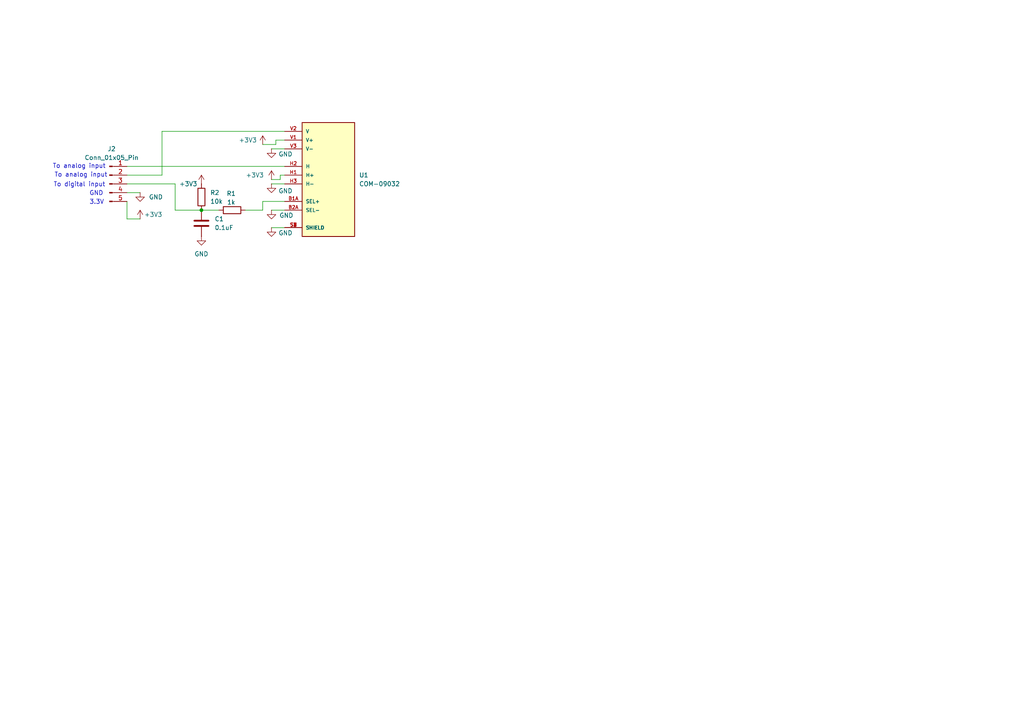
<source format=kicad_sch>
(kicad_sch (version 20250114) (generator "eeschema") (generator_version "9.0")
  (paper "A4")
  (lib_symbols
    (symbol "COM-09032:COM-09032" (pin_names (offset 1.016))
      (property "Reference" "U" (at -7.62 16.002 0))
      (property "Value" "COM-09032" (at -7.62 -20.32 0))
      (symbol "COM-09032_0_0"
        (rectangle (start -7.62 -17.78) (end 7.62 15.24) (stroke (width 0.254)) (fill (type background)))
        (pin passive line (at -12.7 12.7 0) (length 5.08) (name "V") (number "V2"))
        (pin passive line (at -12.7 10.16 0) (length 5.08) (name "V+") (number "V1"))
        (pin passive line (at -12.7 7.62 0) (length 5.08) (name "V-") (number "V3"))
        (pin passive line (at -12.7 2.54 0) (length 5.08) (name "H") (number "H2"))
        (pin passive line (at -12.7 0 0) (length 5.08) (name "H+") (number "H1"))
        (pin passive line (at -12.7 -2.54 0) (length 5.08) (name "H-") (number "H3"))
        (pin passive line (at -12.7 -7.62 0) (length 5.08) (name "SEL+") (number "B1A"))
        (pin passive line (at -12.7 -10.16 0) (length 5.08) (name "SEL-") (number "B2A"))
        (pin passive line (at -12.7 -15.24 0) (length 5.08) (name "SHIELD") (number "S1"))
        (pin passive line (at -12.7 -15.24 0) (length 5.08) (name "SHIELD") (number "S2"))
        (pin passive line (at -12.7 -15.24 0) (length 5.08) (name "SHIELD") (number "S3"))
        (pin passive line (at -12.7 -15.24 0) (length 5.08) (name "SHIELD") (number "S4"))
      )
    )
    (symbol "Connector:Conn_01x05_Pin" (pin_names (offset 1.016) (hide yes))
      (property "Reference" "J" (at 0 7.62 0))
      (property "Value" "Conn_01x05_Pin" (at 0 -7.62 0))
      (symbol "Conn_01x05_Pin_1_1"
        (rectangle (start 0.8636 5.207) (end 0 4.953) (stroke (width 0.1524)) (fill (type outline)))
        (rectangle (start 0.8636 2.667) (end 0 2.413) (stroke (width 0.1524)) (fill (type outline)))
        (rectangle (start 0.8636 0.127) (end 0 -0.127) (stroke (width 0.1524)) (fill (type outline)))
        (rectangle (start 0.8636 -2.413) (end 0 -2.667) (stroke (width 0.1524)) (fill (type outline)))
        (rectangle (start 0.8636 -4.953) (end 0 -5.207) (stroke (width 0.1524)) (fill (type outline)))
        (polyline (pts (xy 1.27 5.08) (xy 0.8636 5.08)) (stroke (width 0.1524)))
        (polyline (pts (xy 1.27 2.54) (xy 0.8636 2.54)) (stroke (width 0.1524)))
        (polyline (pts (xy 1.27 0) (xy 0.8636 0)) (stroke (width 0.1524)))
        (polyline (pts (xy 1.27 -2.54) (xy 0.8636 -2.54)) (stroke (width 0.1524)))
        (polyline (pts (xy 1.27 -5.08) (xy 0.8636 -5.08)) (stroke (width 0.1524)))
        (pin passive line (at 5.08 5.08 180) (length 3.81) (name "Pin_1") (number "1"))
        (pin passive line (at 5.08 2.54 180) (length 3.81) (name "Pin_2") (number "2"))
        (pin passive line (at 5.08 0 180) (length 3.81) (name "Pin_3") (number "3"))
        (pin passive line (at 5.08 -2.54 180) (length 3.81) (name "Pin_4") (number "4"))
        (pin passive line (at 5.08 -5.08 180) (length 3.81) (name "Pin_5") (number "5"))
      )
    )
    (symbol "Device:C" (pin_numbers (hide yes)) (pin_names (offset 0.254))
      (property "Reference" "C" (at 0.635 2.54 0))
      (property "Value" "C" (at 0.635 -2.54 0))
      (symbol "C_0_1"
        (polyline (pts (xy -2.032 0.762) (xy 2.032 0.762)) (stroke (width 0.508)))
        (polyline (pts (xy -2.032 -0.762) (xy 2.032 -0.762)) (stroke (width 0.508)))
      )
      (symbol "C_1_1"
        (pin passive line (at 0 3.81 270) (length 2.794) (name "~") (number "1"))
        (pin passive line (at 0 -3.81 90) (length 2.794) (name "~") (number "2"))
      )
    )
    (symbol "Device:R" (pin_numbers (hide yes)) (pin_names (offset 0))
      (property "Reference" "R" (at 2.032 0 90))
      (property "Value" "R" (at 0 0 90))
      (symbol "R_0_1"
        (rectangle (start -1.016 -2.54) (end 1.016 2.54) (stroke (width 0.254)))
      )
      (symbol "R_1_1"
        (pin passive line (at 0 3.81 270) (length 1.27) (name "~") (number "1"))
        (pin passive line (at 0 -3.81 90) (length 1.27) (name "~") (number "2"))
      )
    )
    (symbol "power:+3V3" (power) (pin_numbers (hide yes)) (pin_names (offset 0) (hide yes))
      (property "Value" "+3V3" (at 0 3.556 0))
      (symbol "+3V3_0_1"
        (polyline (pts (xy -0.762 1.27) (xy 0 2.54)))
        (polyline (pts (xy 0 2.54) (xy 0.762 1.27)))
        (polyline (pts (xy 0 0) (xy 0 2.54)))
      )
      (symbol "+3V3_1_1"
        (pin power_in line (at 0 0 90) (length 0) (name "~") (number "1"))
      )
    )
    (symbol "power:GND" (power) (pin_numbers (hide yes)) (pin_names (offset 0) (hide yes))
      (property "Value" "GND" (at 0 -3.81 0))
      (symbol "GND_0_1"
        (polyline (pts (xy 0 0) (xy 0 -1.27) (xy 1.27 -1.27) (xy 0 -2.54) (xy -1.27 -1.27) (xy 0 -1.27)))
      )
      (symbol "GND_1_1"
        (pin power_in line (at 0 0 270) (length 0) (name "~") (number "1"))
      )
    )
  )
  (text "3.3V" (at 25.908 59.436 0) (effects (font (size 1.27 1.27)) (justify left bottom)))
  (text "To digital input" (at 15.494 54.356 0) (effects (font (size 1.27 1.27)) (justify left bottom)))
  (text "To analog input" (at 15.748 51.562 0) (effects (font (size 1.27 1.27)) (justify left bottom)))
  (text "To analog input" (at 15.24 49.022 0) (effects (font (size 1.27 1.27)) (justify left bottom)))
  (text "GND" (at 25.908 56.896 0) (effects (font (size 1.27 1.27)) (justify left bottom)))
  (junction (at 58.42 60.96))
  (wire (pts (xy 36.83 55.88) (xy 40.64 55.88)))
  (wire (pts (xy 78.74 60.96) (xy 82.55 60.96)))
  (wire (pts (xy 50.8 60.96) (xy 58.42 60.96)))
  (wire (pts (xy 58.42 60.96) (xy 63.5 60.96)))
  (wire (pts (xy 78.74 66.04) (xy 82.55 66.04)))
  (wire (pts (xy 46.99 50.8) (xy 36.83 50.8)))
  (wire (pts (xy 81.28 52.07) (xy 81.28 50.8)))
  (wire (pts (xy 50.8 53.34) (xy 50.8 60.96)))
  (wire (pts (xy 78.74 53.34) (xy 82.55 53.34)))
  (wire (pts (xy 36.83 48.26) (xy 82.55 48.26)))
  (wire (pts (xy 46.99 38.1) (xy 46.99 50.8)))
  (wire (pts (xy 36.83 58.42) (xy 36.83 63.5)))
  (wire (pts (xy 76.2 58.42) (xy 82.55 58.42)))
  (wire (pts (xy 46.99 38.1) (xy 82.55 38.1)))
  (wire (pts (xy 76.2 41.91) (xy 80.01 41.91)))
  (wire (pts (xy 78.74 43.18) (xy 82.55 43.18)))
  (wire (pts (xy 81.28 50.8) (xy 82.55 50.8)))
  (wire (pts (xy 80.01 40.64) (xy 82.55 40.64)))
  (wire (pts (xy 36.83 53.34) (xy 50.8 53.34)))
  (wire (pts (xy 36.83 63.5) (xy 40.64 63.5)))
  (wire (pts (xy 76.2 60.96) (xy 76.2 58.42)))
  (wire (pts (xy 71.12 60.96) (xy 76.2 60.96)))
  (wire (pts (xy 78.74 52.07) (xy 81.28 52.07)))
  (wire (pts (xy 80.01 41.91) (xy 80.01 40.64)))
  (symbol (lib_id "Device:R") (at 67.31 60.96 90) (unit 1)
    (property "Reference" "R1" (at 67.056 56.134 90))
    (property "Value" "1k" (at 67.056 58.674 90))
    (property "Footprint" "Resistor_SMD:R_1206_3216Metric_Pad1.30x1.75mm_HandSolder" (effects (hide yes)))
    (property "Description" "Resistor" (effects (hide yes)))
  )
  (symbol (lib_id "power:+3V3") (at 76.2 41.91 0) (unit 1)
    (property "Reference" "#PWR06" (effects (hide yes)))
    (property "Value" "+3V3" (at 71.882 40.64 0))
    (property "Description" "Power symbol creates a global label with name \"+3V3\"" (effects (hide yes)))
  )
  (symbol (lib_id "Device:C") (at 58.42 64.77 0) (unit 1)
    (property "Reference" "C1" (at 62.23 63.4999 0) (effects (justify left)))
    (property "Value" "0.1uF" (at 62.23 66.0399 0) (effects (justify left)))
    (property "Footprint" "Capacitor_SMD:C_1206_3216Metric_Pad1.33x1.80mm_HandSolder" (effects (hide yes)))
    (property "Description" "Unpolarized capacitor" (effects (hide yes)))
  )
  (symbol (lib_id "COM-09032:COM-09032") (at 95.25 50.8 0) (unit 1)
    (property "Reference" "U1" (at 104.14 50.7999 0) (effects (justify left)))
    (property "Value" "COM-09032" (at 104.14 53.3399 0) (effects (justify left)))
    (property "Footprint" "XDCR_COM-09032" (effects (hide yes)))
    (property "STANDARD" "Manufacturer Recommendations" (effects (hide yes)))
    (property "MAXIMUM_PACKAGE_HEIGHT" "30.1mm" (effects (hide yes)))
    (property "PARTREV" "N/A" (effects (hide yes)))
    (property "MANUFACTURER" "SparkFun Electronics" (effects (hide yes)))
  )
  (symbol (lib_id "power:GND") (at 78.74 60.96 0) (unit 1)
    (property "Reference" "#PWR08" (effects (hide yes)))
    (property "Value" "GND" (at 83.058 62.484 0))
    (property "Description" "Power symbol creates a global label with name \"GND\" , ground" (effects (hide yes)))
  )
  (symbol (lib_id "power:GND") (at 40.64 55.88 0) (unit 1)
    (property "Reference" "#PWR04" (effects (hide yes)))
    (property "Value" "GND" (at 45.212 57.15 0))
    (property "Description" "Power symbol creates a global label with name \"GND\" , ground" (effects (hide yes)))
  )
  (symbol (lib_id "power:GND") (at 58.42 68.58 0) (unit 1)
    (property "Reference" "#PWR010" (effects (hide yes)))
    (property "Value" "GND" (at 58.42 73.66 0))
    (property "Description" "Power symbol creates a global label with name \"GND\" , ground" (effects (hide yes)))
  )
  (symbol (lib_id "Device:R") (at 58.42 57.15 180) (unit 1)
    (property "Reference" "R2" (at 60.96 55.8799 0) (effects (justify right)))
    (property "Value" "10k" (at 60.96 58.4199 0) (effects (justify right)))
    (property "Footprint" "Resistor_SMD:R_1206_3216Metric_Pad1.30x1.75mm_HandSolder" (effects (hide yes)))
    (property "Description" "Resistor" (effects (hide yes)))
  )
  (symbol (lib_id "power:+3V3") (at 58.42 53.34 0) (unit 1)
    (property "Reference" "#PWR09" (effects (hide yes)))
    (property "Value" "+3V3" (at 54.61 53.34 0))
    (property "Description" "Power symbol creates a global label with name \"+3V3\"" (effects (hide yes)))
  )
  (symbol (lib_id "Connector:Conn_01x05_Pin") (at 31.75 53.34 0) (unit 1)
    (property "Reference" "J2" (at 32.385 43.18 0))
    (property "Value" "Conn_01x05_Pin" (at 32.385 45.72 0))
    (property "Footprint" "Connector_PinHeader_2.54mm:PinHeader_1x05_P2.54mm_Vertical" (effects (hide yes)))
    (property "Description" "Generic connector, single row, 01x05, script generated" (effects (hide yes)))
  )
  (symbol (lib_id "power:GND") (at 78.74 53.34 0) (unit 1)
    (property "Reference" "#PWR02" (effects (hide yes)))
    (property "Value" "GND" (at 82.804 55.372 0))
    (property "Description" "Power symbol creates a global label with name \"GND\" , ground" (effects (hide yes)))
  )
  (symbol (lib_id "power:GND") (at 78.74 66.04 0) (unit 1)
    (property "Reference" "#PWR03" (effects (hide yes)))
    (property "Value" "GND" (at 82.804 67.564 0))
    (property "Description" "Power symbol creates a global label with name \"GND\" , ground" (effects (hide yes)))
  )
  (symbol (lib_id "power:GND") (at 78.74 43.18 0) (unit 1)
    (property "Reference" "#PWR01" (effects (hide yes)))
    (property "Value" "GND" (at 82.804 44.704 0))
    (property "Description" "Power symbol creates a global label with name \"GND\" , ground" (effects (hide yes)))
  )
  (symbol (lib_id "power:+3V3") (at 40.64 63.5 0) (unit 1)
    (property "Reference" "#PWR05" (effects (hide yes)))
    (property "Value" "+3V3" (at 44.45 62.23 0))
    (property "Description" "Power symbol creates a global label with name \"+3V3\"" (effects (hide yes)))
  )
  (symbol (lib_id "power:+3V3") (at 78.74 52.07 0) (unit 1)
    (property "Reference" "#PWR07" (effects (hide yes)))
    (property "Value" "+3V3" (at 73.914 50.8 0))
    (property "Description" "Power symbol creates a global label with name \"+3V3\"" (effects (hide yes)))
  )
)
</source>
